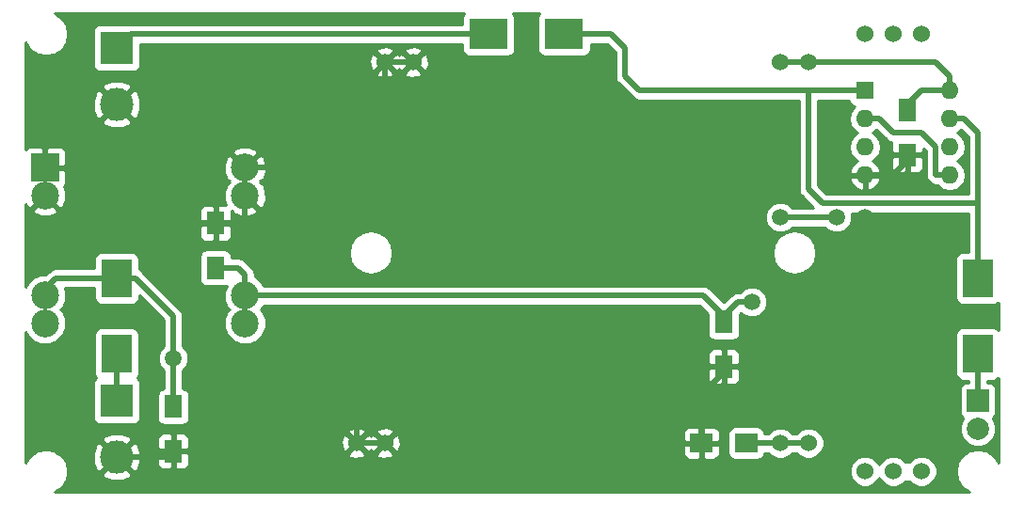
<source format=gbr>
G04 #@! TF.FileFunction,Copper,L2,Bot,Signal*
%FSLAX46Y46*%
G04 Gerber Fmt 4.6, Leading zero omitted, Abs format (unit mm)*
G04 Created by KiCad (PCBNEW 4.0.5) date 10/30/17 14:37:20*
%MOMM*%
%LPD*%
G01*
G04 APERTURE LIST*
%ADD10C,0.100000*%
%ADD11C,1.524000*%
%ADD12R,1.600000X2.000000*%
%ADD13R,2.000000X2.000000*%
%ADD14C,2.000000*%
%ADD15R,2.000000X1.700000*%
%ADD16R,2.700000X3.500000*%
%ADD17R,3.500000X2.700000*%
%ADD18R,3.000000X3.000000*%
%ADD19C,3.000000*%
%ADD20R,2.500000X2.500000*%
%ADD21C,2.500000*%
%ADD22R,1.600000X1.600000*%
%ADD23O,1.600000X1.600000*%
%ADD24C,1.500000*%
%ADD25C,0.500000*%
%ADD26C,0.254000*%
G04 APERTURE END LIST*
D10*
D11*
X171450000Y-93980000D03*
X173990000Y-93980000D03*
X173990000Y-59690000D03*
X176530000Y-59690000D03*
X209550000Y-93980000D03*
X212090000Y-93980000D03*
X209550000Y-59690000D03*
X212090000Y-59690000D03*
D12*
X154940000Y-90710000D03*
X154940000Y-94710000D03*
X204470000Y-87090000D03*
X204470000Y-83090000D03*
X158750000Y-78200000D03*
X158750000Y-74200000D03*
X220980000Y-68040000D03*
X220980000Y-64040000D03*
D13*
X227330000Y-90170000D03*
D14*
X227330000Y-92710000D03*
D15*
X206470000Y-93980000D03*
X202470000Y-93980000D03*
D16*
X149860000Y-79150000D03*
X149860000Y-85950000D03*
X227330000Y-79150000D03*
X227330000Y-85950000D03*
D17*
X190090000Y-57150000D03*
X183290000Y-57150000D03*
D18*
X149860000Y-90170000D03*
D19*
X149860000Y-95250000D03*
D18*
X149860000Y-58420000D03*
D19*
X149860000Y-63500000D03*
D11*
X219710000Y-96520000D03*
X222250000Y-96520000D03*
X217170000Y-96520000D03*
X219710000Y-57150000D03*
X222250000Y-57150000D03*
X217170000Y-57150000D03*
D20*
X143400000Y-69200000D03*
D21*
X143400000Y-83200000D03*
X161400000Y-83200000D03*
X161400000Y-69200000D03*
X143400000Y-71700000D03*
X143400000Y-80700000D03*
X161400000Y-80700000D03*
X161400000Y-71700000D03*
D22*
X217170000Y-62230000D03*
D23*
X224790000Y-69850000D03*
X217170000Y-64770000D03*
X224790000Y-67310000D03*
X217170000Y-67310000D03*
X224790000Y-64770000D03*
X217170000Y-69850000D03*
X224790000Y-62230000D03*
D24*
X154940000Y-86360000D03*
X217170000Y-73660000D03*
X215900000Y-88900000D03*
X199390000Y-88900000D03*
X207010000Y-81280000D03*
X214630000Y-73660000D03*
X209550000Y-73660000D03*
D25*
X209550000Y-93980000D02*
X212090000Y-93980000D01*
X206470000Y-93980000D02*
X209550000Y-93980000D01*
X154940000Y-90710000D02*
X154940000Y-86360000D01*
X154940000Y-86360000D02*
X154940000Y-82550000D01*
X151540000Y-79150000D02*
X149860000Y-79150000D01*
X154940000Y-82550000D02*
X151540000Y-79150000D01*
X143400000Y-80700000D02*
X143400000Y-80120000D01*
X143400000Y-80120000D02*
X144370000Y-79150000D01*
X144370000Y-79150000D02*
X149860000Y-79150000D01*
X215900000Y-88900000D02*
X215900000Y-74930000D01*
X215900000Y-74930000D02*
X217170000Y-73660000D01*
X171450000Y-93980000D02*
X173990000Y-93980000D01*
X173990000Y-59690000D02*
X176530000Y-59690000D01*
X158750000Y-74200000D02*
X156940000Y-74200000D01*
X171450000Y-88900000D02*
X171450000Y-93980000D01*
X170180000Y-87630000D02*
X171450000Y-88900000D01*
X160020000Y-87630000D02*
X170180000Y-87630000D01*
X158750000Y-86360000D02*
X160020000Y-87630000D01*
X158750000Y-85090000D02*
X158750000Y-86360000D01*
X156210000Y-82550000D02*
X158750000Y-85090000D01*
X156210000Y-74930000D02*
X156210000Y-82550000D01*
X156940000Y-74200000D02*
X156210000Y-74930000D01*
X161400000Y-69200000D02*
X172100000Y-69200000D01*
X173990000Y-67310000D02*
X173990000Y-59690000D01*
X172100000Y-69200000D02*
X173990000Y-67310000D01*
X203200000Y-88900000D02*
X215900000Y-88900000D01*
X202470000Y-93980000D02*
X202470000Y-89630000D01*
X202470000Y-89630000D02*
X203200000Y-88900000D01*
X158750000Y-74200000D02*
X160750000Y-74200000D01*
X161400000Y-73550000D02*
X161400000Y-69200000D01*
X160750000Y-74200000D02*
X161400000Y-73550000D01*
X149860000Y-95250000D02*
X154400000Y-95250000D01*
X154400000Y-95250000D02*
X154940000Y-94710000D01*
X204470000Y-87090000D02*
X204470000Y-87630000D01*
X204470000Y-87630000D02*
X203200000Y-88900000D01*
X203200000Y-88900000D02*
X199390000Y-88900000D01*
X217170000Y-69850000D02*
X219710000Y-69850000D01*
X219710000Y-69850000D02*
X220980000Y-68580000D01*
X220980000Y-68580000D02*
X220980000Y-68040000D01*
X204470000Y-83090000D02*
X204470000Y-82550000D01*
X204470000Y-82550000D02*
X202620000Y-80700000D01*
X202620000Y-80700000D02*
X161400000Y-80700000D01*
X158750000Y-78200000D02*
X160750000Y-78200000D01*
X161400000Y-78850000D02*
X161400000Y-83200000D01*
X160750000Y-78200000D02*
X161400000Y-78850000D01*
X209550000Y-59690000D02*
X212090000Y-59690000D01*
X212090000Y-59690000D02*
X223520000Y-59690000D01*
X223520000Y-59690000D02*
X224790000Y-60960000D01*
X224790000Y-60960000D02*
X224790000Y-62230000D01*
X204470000Y-82550000D02*
X205740000Y-81280000D01*
X205740000Y-81280000D02*
X207010000Y-81280000D01*
X224790000Y-62230000D02*
X222250000Y-62230000D01*
X222250000Y-62230000D02*
X220980000Y-63500000D01*
X220980000Y-63500000D02*
X220980000Y-64040000D01*
X217170000Y-64770000D02*
X218440000Y-64770000D01*
X223520000Y-69850000D02*
X224790000Y-69850000D01*
X223520000Y-67310000D02*
X223520000Y-69850000D01*
X222250000Y-66040000D02*
X223520000Y-67310000D01*
X219710000Y-66040000D02*
X222250000Y-66040000D01*
X218440000Y-64770000D02*
X219710000Y-66040000D01*
X209550000Y-73660000D02*
X214630000Y-73660000D01*
X227330000Y-85950000D02*
X227330000Y-90170000D01*
X149860000Y-90170000D02*
X149860000Y-85950000D01*
X227330000Y-72390000D02*
X213360000Y-72390000D01*
X212090000Y-71120000D02*
X212090000Y-62230000D01*
X213360000Y-72390000D02*
X212090000Y-71120000D01*
X217170000Y-62230000D02*
X212090000Y-62230000D01*
X212090000Y-62230000D02*
X196850000Y-62230000D01*
X196850000Y-62230000D02*
X195580000Y-60960000D01*
X195580000Y-60960000D02*
X195580000Y-58420000D01*
X195580000Y-58420000D02*
X194310000Y-57150000D01*
X194310000Y-57150000D02*
X190090000Y-57150000D01*
X227330000Y-79150000D02*
X227330000Y-72390000D01*
X227330000Y-72390000D02*
X227330000Y-66040000D01*
X226060000Y-64770000D02*
X224790000Y-64770000D01*
X227330000Y-66040000D02*
X226060000Y-64770000D01*
X183290000Y-57150000D02*
X151130000Y-57150000D01*
X151130000Y-57150000D02*
X149860000Y-58420000D01*
D26*
G36*
X181088559Y-55335910D02*
X180943569Y-55548110D01*
X180892560Y-55800000D01*
X180892560Y-56265000D01*
X151130005Y-56265000D01*
X151130000Y-56264999D01*
X151091989Y-56272560D01*
X148360000Y-56272560D01*
X148124683Y-56316838D01*
X147908559Y-56455910D01*
X147763569Y-56668110D01*
X147712560Y-56920000D01*
X147712560Y-59920000D01*
X147756838Y-60155317D01*
X147895910Y-60371441D01*
X148108110Y-60516431D01*
X148360000Y-60567440D01*
X151360000Y-60567440D01*
X151595317Y-60523162D01*
X151811441Y-60384090D01*
X151956431Y-60171890D01*
X152007440Y-59920000D01*
X152007440Y-59482302D01*
X172580856Y-59482302D01*
X172608638Y-60037368D01*
X172767603Y-60421143D01*
X173009787Y-60490608D01*
X173810395Y-59690000D01*
X174169605Y-59690000D01*
X174970213Y-60490608D01*
X175212397Y-60421143D01*
X175256453Y-60297656D01*
X175307603Y-60421143D01*
X175549787Y-60490608D01*
X176350395Y-59690000D01*
X176709605Y-59690000D01*
X177510213Y-60490608D01*
X177752397Y-60421143D01*
X177939144Y-59897698D01*
X177911362Y-59342632D01*
X177752397Y-58958857D01*
X177510213Y-58889392D01*
X176709605Y-59690000D01*
X176350395Y-59690000D01*
X175549787Y-58889392D01*
X175307603Y-58958857D01*
X175263547Y-59082344D01*
X175212397Y-58958857D01*
X174970213Y-58889392D01*
X174169605Y-59690000D01*
X173810395Y-59690000D01*
X173009787Y-58889392D01*
X172767603Y-58958857D01*
X172580856Y-59482302D01*
X152007440Y-59482302D01*
X152007440Y-58709787D01*
X173189392Y-58709787D01*
X173990000Y-59510395D01*
X174790608Y-58709787D01*
X175729392Y-58709787D01*
X176530000Y-59510395D01*
X177330608Y-58709787D01*
X177261143Y-58467603D01*
X176737698Y-58280856D01*
X176182632Y-58308638D01*
X175798857Y-58467603D01*
X175729392Y-58709787D01*
X174790608Y-58709787D01*
X174721143Y-58467603D01*
X174197698Y-58280856D01*
X173642632Y-58308638D01*
X173258857Y-58467603D01*
X173189392Y-58709787D01*
X152007440Y-58709787D01*
X152007440Y-58035000D01*
X180892560Y-58035000D01*
X180892560Y-58500000D01*
X180936838Y-58735317D01*
X181075910Y-58951441D01*
X181288110Y-59096431D01*
X181540000Y-59147440D01*
X185040000Y-59147440D01*
X185275317Y-59103162D01*
X185491441Y-58964090D01*
X185636431Y-58751890D01*
X185687440Y-58500000D01*
X185687440Y-55800000D01*
X185643162Y-55564683D01*
X185504090Y-55348559D01*
X185462292Y-55320000D01*
X187913284Y-55320000D01*
X187888559Y-55335910D01*
X187743569Y-55548110D01*
X187692560Y-55800000D01*
X187692560Y-58500000D01*
X187736838Y-58735317D01*
X187875910Y-58951441D01*
X188088110Y-59096431D01*
X188340000Y-59147440D01*
X191840000Y-59147440D01*
X192075317Y-59103162D01*
X192291441Y-58964090D01*
X192436431Y-58751890D01*
X192487440Y-58500000D01*
X192487440Y-58035000D01*
X193943420Y-58035000D01*
X194695000Y-58786579D01*
X194695000Y-60959995D01*
X194694999Y-60960000D01*
X194745783Y-61215302D01*
X194762367Y-61298675D01*
X194850115Y-61430000D01*
X194954210Y-61585790D01*
X196224208Y-62855787D01*
X196224210Y-62855790D01*
X196484935Y-63030000D01*
X196511325Y-63047633D01*
X196850000Y-63115001D01*
X196850005Y-63115000D01*
X211205000Y-63115000D01*
X211205000Y-71119995D01*
X211204999Y-71120000D01*
X211255883Y-71375806D01*
X211272367Y-71458675D01*
X211433614Y-71700000D01*
X211464210Y-71745790D01*
X212493421Y-72775000D01*
X210623523Y-72775000D01*
X210335564Y-72486539D01*
X209826702Y-72275241D01*
X209275715Y-72274760D01*
X208766485Y-72485169D01*
X208376539Y-72874436D01*
X208165241Y-73383298D01*
X208164760Y-73934285D01*
X208375169Y-74443515D01*
X208764436Y-74833461D01*
X209273298Y-75044759D01*
X209824285Y-75045240D01*
X210333515Y-74834831D01*
X210623852Y-74545000D01*
X213556477Y-74545000D01*
X213844436Y-74833461D01*
X214353298Y-75044759D01*
X214904285Y-75045240D01*
X215413515Y-74834831D01*
X215803461Y-74445564D01*
X216014759Y-73936702D01*
X216015240Y-73385715D01*
X215969494Y-73275000D01*
X226445000Y-73275000D01*
X226445000Y-76752560D01*
X225980000Y-76752560D01*
X225744683Y-76796838D01*
X225528559Y-76935910D01*
X225383569Y-77148110D01*
X225332560Y-77400000D01*
X225332560Y-80900000D01*
X225376838Y-81135317D01*
X225515910Y-81351441D01*
X225728110Y-81496431D01*
X225980000Y-81547440D01*
X228680000Y-81547440D01*
X228915317Y-81503162D01*
X229131441Y-81364090D01*
X229160000Y-81322292D01*
X229160000Y-83773284D01*
X229144090Y-83748559D01*
X228931890Y-83603569D01*
X228680000Y-83552560D01*
X225980000Y-83552560D01*
X225744683Y-83596838D01*
X225528559Y-83735910D01*
X225383569Y-83948110D01*
X225332560Y-84200000D01*
X225332560Y-87700000D01*
X225376838Y-87935317D01*
X225515910Y-88151441D01*
X225728110Y-88296431D01*
X225980000Y-88347440D01*
X226445000Y-88347440D01*
X226445000Y-88522560D01*
X226330000Y-88522560D01*
X226094683Y-88566838D01*
X225878559Y-88705910D01*
X225733569Y-88918110D01*
X225682560Y-89170000D01*
X225682560Y-91170000D01*
X225726838Y-91405317D01*
X225865910Y-91621441D01*
X226008561Y-91718910D01*
X225944722Y-91782637D01*
X225695284Y-92383352D01*
X225694716Y-93033795D01*
X225943106Y-93634943D01*
X226402637Y-94095278D01*
X227003352Y-94344716D01*
X227653795Y-94345284D01*
X228254943Y-94096894D01*
X228715278Y-93637363D01*
X228964716Y-93036648D01*
X228965284Y-92386205D01*
X228716894Y-91785057D01*
X228650379Y-91718426D01*
X228781441Y-91634090D01*
X228926431Y-91421890D01*
X228977440Y-91170000D01*
X228977440Y-89170000D01*
X228933162Y-88934683D01*
X228794090Y-88718559D01*
X228581890Y-88573569D01*
X228330000Y-88522560D01*
X228215000Y-88522560D01*
X228215000Y-88347440D01*
X228680000Y-88347440D01*
X228915317Y-88303162D01*
X229131441Y-88164090D01*
X229160000Y-88122292D01*
X229160000Y-95765902D01*
X229159281Y-95762287D01*
X228730071Y-95119929D01*
X228087713Y-94690719D01*
X227330000Y-94540000D01*
X226572287Y-94690719D01*
X225929929Y-95119929D01*
X225500719Y-95762287D01*
X225350000Y-96520000D01*
X225500719Y-97277713D01*
X225929929Y-97920071D01*
X226572287Y-98349281D01*
X226575902Y-98350000D01*
X144264098Y-98350000D01*
X144267713Y-98349281D01*
X144910071Y-97920071D01*
X145339281Y-97277713D01*
X145441471Y-96763970D01*
X148525635Y-96763970D01*
X148685418Y-97082739D01*
X149476187Y-97392723D01*
X150325387Y-97376497D01*
X151034582Y-97082739D01*
X151177978Y-96796661D01*
X215772758Y-96796661D01*
X215984990Y-97310303D01*
X216377630Y-97703629D01*
X216890900Y-97916757D01*
X217446661Y-97917242D01*
X217960303Y-97705010D01*
X218353629Y-97312370D01*
X218439949Y-97104488D01*
X218524990Y-97310303D01*
X218917630Y-97703629D01*
X219430900Y-97916757D01*
X219986661Y-97917242D01*
X220500303Y-97705010D01*
X220800837Y-97405000D01*
X221159522Y-97405000D01*
X221457630Y-97703629D01*
X221970900Y-97916757D01*
X222526661Y-97917242D01*
X223040303Y-97705010D01*
X223433629Y-97312370D01*
X223646757Y-96799100D01*
X223647242Y-96243339D01*
X223435010Y-95729697D01*
X223042370Y-95336371D01*
X222529100Y-95123243D01*
X221973339Y-95122758D01*
X221459697Y-95334990D01*
X221159163Y-95635000D01*
X220800478Y-95635000D01*
X220502370Y-95336371D01*
X219989100Y-95123243D01*
X219433339Y-95122758D01*
X218919697Y-95334990D01*
X218526371Y-95727630D01*
X218440051Y-95935512D01*
X218355010Y-95729697D01*
X217962370Y-95336371D01*
X217449100Y-95123243D01*
X216893339Y-95122758D01*
X216379697Y-95334990D01*
X215986371Y-95727630D01*
X215773243Y-96240900D01*
X215772758Y-96796661D01*
X151177978Y-96796661D01*
X151194365Y-96763970D01*
X149860000Y-95429605D01*
X148525635Y-96763970D01*
X145441471Y-96763970D01*
X145490000Y-96520000D01*
X145339281Y-95762287D01*
X144910071Y-95119929D01*
X144530320Y-94866187D01*
X147717277Y-94866187D01*
X147733503Y-95715387D01*
X148027261Y-96424582D01*
X148346030Y-96584365D01*
X149680395Y-95250000D01*
X150039605Y-95250000D01*
X151373970Y-96584365D01*
X151692739Y-96424582D01*
X152002723Y-95633813D01*
X151990532Y-94995750D01*
X153505000Y-94995750D01*
X153505000Y-95836309D01*
X153601673Y-96069698D01*
X153780301Y-96248327D01*
X154013690Y-96345000D01*
X154654250Y-96345000D01*
X154813000Y-96186250D01*
X154813000Y-94837000D01*
X155067000Y-94837000D01*
X155067000Y-96186250D01*
X155225750Y-96345000D01*
X155866310Y-96345000D01*
X156099699Y-96248327D01*
X156278327Y-96069698D01*
X156375000Y-95836309D01*
X156375000Y-94995750D01*
X156339463Y-94960213D01*
X170649392Y-94960213D01*
X170718857Y-95202397D01*
X171242302Y-95389144D01*
X171797368Y-95361362D01*
X172181143Y-95202397D01*
X172250608Y-94960213D01*
X173189392Y-94960213D01*
X173258857Y-95202397D01*
X173782302Y-95389144D01*
X174337368Y-95361362D01*
X174721143Y-95202397D01*
X174790608Y-94960213D01*
X173990000Y-94159605D01*
X173189392Y-94960213D01*
X172250608Y-94960213D01*
X171450000Y-94159605D01*
X170649392Y-94960213D01*
X156339463Y-94960213D01*
X156216250Y-94837000D01*
X155067000Y-94837000D01*
X154813000Y-94837000D01*
X153663750Y-94837000D01*
X153505000Y-94995750D01*
X151990532Y-94995750D01*
X151986497Y-94784613D01*
X151692739Y-94075418D01*
X151373970Y-93915635D01*
X150039605Y-95250000D01*
X149680395Y-95250000D01*
X148346030Y-93915635D01*
X148027261Y-94075418D01*
X147717277Y-94866187D01*
X144530320Y-94866187D01*
X144267713Y-94690719D01*
X143510000Y-94540000D01*
X142752287Y-94690719D01*
X142109929Y-95119929D01*
X141680719Y-95762287D01*
X141680000Y-95765902D01*
X141680000Y-93736030D01*
X148525635Y-93736030D01*
X149860000Y-95070395D01*
X151194365Y-93736030D01*
X151118006Y-93583691D01*
X153505000Y-93583691D01*
X153505000Y-94424250D01*
X153663750Y-94583000D01*
X154813000Y-94583000D01*
X154813000Y-93233750D01*
X155067000Y-93233750D01*
X155067000Y-94583000D01*
X156216250Y-94583000D01*
X156375000Y-94424250D01*
X156375000Y-93772302D01*
X170040856Y-93772302D01*
X170068638Y-94327368D01*
X170227603Y-94711143D01*
X170469787Y-94780608D01*
X171270395Y-93980000D01*
X171629605Y-93980000D01*
X172430213Y-94780608D01*
X172672397Y-94711143D01*
X172716453Y-94587656D01*
X172767603Y-94711143D01*
X173009787Y-94780608D01*
X173810395Y-93980000D01*
X174169605Y-93980000D01*
X174970213Y-94780608D01*
X175212397Y-94711143D01*
X175371297Y-94265750D01*
X200835000Y-94265750D01*
X200835000Y-94956310D01*
X200931673Y-95189699D01*
X201110302Y-95368327D01*
X201343691Y-95465000D01*
X202184250Y-95465000D01*
X202343000Y-95306250D01*
X202343000Y-94107000D01*
X202597000Y-94107000D01*
X202597000Y-95306250D01*
X202755750Y-95465000D01*
X203596309Y-95465000D01*
X203829698Y-95368327D01*
X204008327Y-95189699D01*
X204105000Y-94956310D01*
X204105000Y-94265750D01*
X203946250Y-94107000D01*
X202597000Y-94107000D01*
X202343000Y-94107000D01*
X200993750Y-94107000D01*
X200835000Y-94265750D01*
X175371297Y-94265750D01*
X175399144Y-94187698D01*
X175371362Y-93632632D01*
X175212397Y-93248857D01*
X174970213Y-93179392D01*
X174169605Y-93980000D01*
X173810395Y-93980000D01*
X173009787Y-93179392D01*
X172767603Y-93248857D01*
X172723547Y-93372344D01*
X172672397Y-93248857D01*
X172430213Y-93179392D01*
X171629605Y-93980000D01*
X171270395Y-93980000D01*
X170469787Y-93179392D01*
X170227603Y-93248857D01*
X170040856Y-93772302D01*
X156375000Y-93772302D01*
X156375000Y-93583691D01*
X156278327Y-93350302D01*
X156099699Y-93171673D01*
X155866310Y-93075000D01*
X155225750Y-93075000D01*
X155067000Y-93233750D01*
X154813000Y-93233750D01*
X154654250Y-93075000D01*
X154013690Y-93075000D01*
X153780301Y-93171673D01*
X153601673Y-93350302D01*
X153505000Y-93583691D01*
X151118006Y-93583691D01*
X151034582Y-93417261D01*
X150243813Y-93107277D01*
X149394613Y-93123503D01*
X148685418Y-93417261D01*
X148525635Y-93736030D01*
X141680000Y-93736030D01*
X141680000Y-92999787D01*
X170649392Y-92999787D01*
X171450000Y-93800395D01*
X172250608Y-92999787D01*
X173189392Y-92999787D01*
X173990000Y-93800395D01*
X174786705Y-93003690D01*
X200835000Y-93003690D01*
X200835000Y-93694250D01*
X200993750Y-93853000D01*
X202343000Y-93853000D01*
X202343000Y-92653750D01*
X202597000Y-92653750D01*
X202597000Y-93853000D01*
X203946250Y-93853000D01*
X204105000Y-93694250D01*
X204105000Y-93130000D01*
X204822560Y-93130000D01*
X204822560Y-94830000D01*
X204866838Y-95065317D01*
X205005910Y-95281441D01*
X205218110Y-95426431D01*
X205470000Y-95477440D01*
X207470000Y-95477440D01*
X207705317Y-95433162D01*
X207921441Y-95294090D01*
X208066431Y-95081890D01*
X208110352Y-94865000D01*
X208459522Y-94865000D01*
X208757630Y-95163629D01*
X209270900Y-95376757D01*
X209826661Y-95377242D01*
X210340303Y-95165010D01*
X210640837Y-94865000D01*
X210999522Y-94865000D01*
X211297630Y-95163629D01*
X211810900Y-95376757D01*
X212366661Y-95377242D01*
X212880303Y-95165010D01*
X213273629Y-94772370D01*
X213486757Y-94259100D01*
X213487242Y-93703339D01*
X213275010Y-93189697D01*
X212882370Y-92796371D01*
X212369100Y-92583243D01*
X211813339Y-92582758D01*
X211299697Y-92794990D01*
X210999163Y-93095000D01*
X210640478Y-93095000D01*
X210342370Y-92796371D01*
X209829100Y-92583243D01*
X209273339Y-92582758D01*
X208759697Y-92794990D01*
X208459163Y-93095000D01*
X208110854Y-93095000D01*
X208073162Y-92894683D01*
X207934090Y-92678559D01*
X207721890Y-92533569D01*
X207470000Y-92482560D01*
X205470000Y-92482560D01*
X205234683Y-92526838D01*
X205018559Y-92665910D01*
X204873569Y-92878110D01*
X204822560Y-93130000D01*
X204105000Y-93130000D01*
X204105000Y-93003690D01*
X204008327Y-92770301D01*
X203829698Y-92591673D01*
X203596309Y-92495000D01*
X202755750Y-92495000D01*
X202597000Y-92653750D01*
X202343000Y-92653750D01*
X202184250Y-92495000D01*
X201343691Y-92495000D01*
X201110302Y-92591673D01*
X200931673Y-92770301D01*
X200835000Y-93003690D01*
X174786705Y-93003690D01*
X174790608Y-92999787D01*
X174721143Y-92757603D01*
X174197698Y-92570856D01*
X173642632Y-92598638D01*
X173258857Y-92757603D01*
X173189392Y-92999787D01*
X172250608Y-92999787D01*
X172181143Y-92757603D01*
X171657698Y-92570856D01*
X171102632Y-92598638D01*
X170718857Y-92757603D01*
X170649392Y-92999787D01*
X141680000Y-92999787D01*
X141680000Y-88670000D01*
X147712560Y-88670000D01*
X147712560Y-91670000D01*
X147756838Y-91905317D01*
X147895910Y-92121441D01*
X148108110Y-92266431D01*
X148360000Y-92317440D01*
X151360000Y-92317440D01*
X151595317Y-92273162D01*
X151811441Y-92134090D01*
X151956431Y-91921890D01*
X152007440Y-91670000D01*
X152007440Y-88670000D01*
X151963162Y-88434683D01*
X151824090Y-88218559D01*
X151687836Y-88125460D01*
X151806431Y-87951890D01*
X151857440Y-87700000D01*
X151857440Y-84200000D01*
X151813162Y-83964683D01*
X151674090Y-83748559D01*
X151461890Y-83603569D01*
X151210000Y-83552560D01*
X148510000Y-83552560D01*
X148274683Y-83596838D01*
X148058559Y-83735910D01*
X147913569Y-83948110D01*
X147862560Y-84200000D01*
X147862560Y-87700000D01*
X147906838Y-87935317D01*
X148030477Y-88127458D01*
X147908559Y-88205910D01*
X147763569Y-88418110D01*
X147712560Y-88670000D01*
X141680000Y-88670000D01*
X141680000Y-83973425D01*
X141801043Y-84266372D01*
X142330839Y-84797093D01*
X143023405Y-85084672D01*
X143773305Y-85085326D01*
X144466372Y-84798957D01*
X144997093Y-84269161D01*
X145284672Y-83576595D01*
X145285326Y-82826695D01*
X144998957Y-82133628D01*
X144815793Y-81950145D01*
X144997093Y-81769161D01*
X145284672Y-81076595D01*
X145285326Y-80326695D01*
X145164800Y-80035000D01*
X147862560Y-80035000D01*
X147862560Y-80900000D01*
X147906838Y-81135317D01*
X148045910Y-81351441D01*
X148258110Y-81496431D01*
X148510000Y-81547440D01*
X151210000Y-81547440D01*
X151445317Y-81503162D01*
X151661441Y-81364090D01*
X151806431Y-81151890D01*
X151857440Y-80900000D01*
X151857440Y-80719020D01*
X154055000Y-82916579D01*
X154055000Y-85286477D01*
X153766539Y-85574436D01*
X153555241Y-86083298D01*
X153554760Y-86634285D01*
X153765169Y-87143515D01*
X154055000Y-87433852D01*
X154055000Y-89078554D01*
X153904683Y-89106838D01*
X153688559Y-89245910D01*
X153543569Y-89458110D01*
X153492560Y-89710000D01*
X153492560Y-91710000D01*
X153536838Y-91945317D01*
X153675910Y-92161441D01*
X153888110Y-92306431D01*
X154140000Y-92357440D01*
X155740000Y-92357440D01*
X155975317Y-92313162D01*
X156191441Y-92174090D01*
X156336431Y-91961890D01*
X156387440Y-91710000D01*
X156387440Y-89710000D01*
X156343162Y-89474683D01*
X156204090Y-89258559D01*
X155991890Y-89113569D01*
X155825000Y-89079773D01*
X155825000Y-87433523D01*
X155882873Y-87375750D01*
X203035000Y-87375750D01*
X203035000Y-88216309D01*
X203131673Y-88449698D01*
X203310301Y-88628327D01*
X203543690Y-88725000D01*
X204184250Y-88725000D01*
X204343000Y-88566250D01*
X204343000Y-87217000D01*
X204597000Y-87217000D01*
X204597000Y-88566250D01*
X204755750Y-88725000D01*
X205396310Y-88725000D01*
X205629699Y-88628327D01*
X205808327Y-88449698D01*
X205905000Y-88216309D01*
X205905000Y-87375750D01*
X205746250Y-87217000D01*
X204597000Y-87217000D01*
X204343000Y-87217000D01*
X203193750Y-87217000D01*
X203035000Y-87375750D01*
X155882873Y-87375750D01*
X156113461Y-87145564D01*
X156324759Y-86636702D01*
X156325240Y-86085715D01*
X156274821Y-85963691D01*
X203035000Y-85963691D01*
X203035000Y-86804250D01*
X203193750Y-86963000D01*
X204343000Y-86963000D01*
X204343000Y-85613750D01*
X204597000Y-85613750D01*
X204597000Y-86963000D01*
X205746250Y-86963000D01*
X205905000Y-86804250D01*
X205905000Y-85963691D01*
X205808327Y-85730302D01*
X205629699Y-85551673D01*
X205396310Y-85455000D01*
X204755750Y-85455000D01*
X204597000Y-85613750D01*
X204343000Y-85613750D01*
X204184250Y-85455000D01*
X203543690Y-85455000D01*
X203310301Y-85551673D01*
X203131673Y-85730302D01*
X203035000Y-85963691D01*
X156274821Y-85963691D01*
X156114831Y-85576485D01*
X155825000Y-85286148D01*
X155825000Y-82550005D01*
X155825001Y-82550000D01*
X155757633Y-82211325D01*
X155703854Y-82130839D01*
X155565790Y-81924210D01*
X155565787Y-81924208D01*
X152165790Y-78524210D01*
X152146506Y-78511325D01*
X151878675Y-78332367D01*
X151857440Y-78328143D01*
X151857440Y-77400000D01*
X151819808Y-77200000D01*
X157302560Y-77200000D01*
X157302560Y-79200000D01*
X157346838Y-79435317D01*
X157485910Y-79651441D01*
X157698110Y-79796431D01*
X157950000Y-79847440D01*
X159550000Y-79847440D01*
X159726778Y-79814177D01*
X159515328Y-80323405D01*
X159514674Y-81073305D01*
X159801043Y-81766372D01*
X159984207Y-81949855D01*
X159802907Y-82130839D01*
X159515328Y-82823405D01*
X159514674Y-83573305D01*
X159801043Y-84266372D01*
X160330839Y-84797093D01*
X161023405Y-85084672D01*
X161773305Y-85085326D01*
X162466372Y-84798957D01*
X162997093Y-84269161D01*
X163284672Y-83576595D01*
X163285326Y-82826695D01*
X162998957Y-82133628D01*
X162815793Y-81950145D01*
X162997093Y-81769161D01*
X163073563Y-81585000D01*
X202253420Y-81585000D01*
X203022560Y-82354139D01*
X203022560Y-84090000D01*
X203066838Y-84325317D01*
X203205910Y-84541441D01*
X203418110Y-84686431D01*
X203670000Y-84737440D01*
X205270000Y-84737440D01*
X205505317Y-84693162D01*
X205721441Y-84554090D01*
X205866431Y-84341890D01*
X205917440Y-84090000D01*
X205917440Y-82354139D01*
X206021454Y-82250125D01*
X206224436Y-82453461D01*
X206733298Y-82664759D01*
X207284285Y-82665240D01*
X207793515Y-82454831D01*
X208183461Y-82065564D01*
X208394759Y-81556702D01*
X208395240Y-81005715D01*
X208184831Y-80496485D01*
X207795564Y-80106539D01*
X207286702Y-79895241D01*
X206735715Y-79894760D01*
X206226485Y-80105169D01*
X205936148Y-80395000D01*
X205740005Y-80395000D01*
X205740000Y-80394999D01*
X205419891Y-80458674D01*
X205401325Y-80462367D01*
X205114210Y-80654210D01*
X205114208Y-80654213D01*
X204470000Y-81298421D01*
X203245790Y-80074210D01*
X203086285Y-79967633D01*
X202958675Y-79882367D01*
X202902484Y-79871190D01*
X202620000Y-79814999D01*
X202619995Y-79815000D01*
X163073898Y-79815000D01*
X162998957Y-79633628D01*
X162469161Y-79102907D01*
X162285000Y-79026437D01*
X162285000Y-78850005D01*
X162285001Y-78850000D01*
X162217633Y-78511326D01*
X162217633Y-78511325D01*
X162025790Y-78224210D01*
X162025787Y-78224208D01*
X161375790Y-77574210D01*
X161088675Y-77382367D01*
X161032484Y-77371190D01*
X160750000Y-77314999D01*
X160749995Y-77315000D01*
X160197440Y-77315000D01*
X160197440Y-77200000D01*
X160153162Y-76964683D01*
X160069714Y-76835000D01*
X170740000Y-76835000D01*
X170890719Y-77592713D01*
X171319929Y-78235071D01*
X171962287Y-78664281D01*
X172720000Y-78815000D01*
X173477713Y-78664281D01*
X174120071Y-78235071D01*
X174549281Y-77592713D01*
X174700000Y-76835000D01*
X208840000Y-76835000D01*
X208990719Y-77592713D01*
X209419929Y-78235071D01*
X210062287Y-78664281D01*
X210820000Y-78815000D01*
X211577713Y-78664281D01*
X212220071Y-78235071D01*
X212649281Y-77592713D01*
X212800000Y-76835000D01*
X212649281Y-76077287D01*
X212220071Y-75434929D01*
X211577713Y-75005719D01*
X210820000Y-74855000D01*
X210062287Y-75005719D01*
X209419929Y-75434929D01*
X208990719Y-76077287D01*
X208840000Y-76835000D01*
X174700000Y-76835000D01*
X174549281Y-76077287D01*
X174120071Y-75434929D01*
X173477713Y-75005719D01*
X172720000Y-74855000D01*
X171962287Y-75005719D01*
X171319929Y-75434929D01*
X170890719Y-76077287D01*
X170740000Y-76835000D01*
X160069714Y-76835000D01*
X160014090Y-76748559D01*
X159801890Y-76603569D01*
X159550000Y-76552560D01*
X157950000Y-76552560D01*
X157714683Y-76596838D01*
X157498559Y-76735910D01*
X157353569Y-76948110D01*
X157302560Y-77200000D01*
X151819808Y-77200000D01*
X151813162Y-77164683D01*
X151674090Y-76948559D01*
X151461890Y-76803569D01*
X151210000Y-76752560D01*
X148510000Y-76752560D01*
X148274683Y-76796838D01*
X148058559Y-76935910D01*
X147913569Y-77148110D01*
X147862560Y-77400000D01*
X147862560Y-78265000D01*
X144370005Y-78265000D01*
X144370000Y-78264999D01*
X144031325Y-78332367D01*
X143744210Y-78524210D01*
X143744208Y-78524213D01*
X143453375Y-78815046D01*
X143026695Y-78814674D01*
X142333628Y-79101043D01*
X141802907Y-79630839D01*
X141680000Y-79926831D01*
X141680000Y-74485750D01*
X157315000Y-74485750D01*
X157315000Y-75326309D01*
X157411673Y-75559698D01*
X157590301Y-75738327D01*
X157823690Y-75835000D01*
X158464250Y-75835000D01*
X158623000Y-75676250D01*
X158623000Y-74327000D01*
X158877000Y-74327000D01*
X158877000Y-75676250D01*
X159035750Y-75835000D01*
X159676310Y-75835000D01*
X159909699Y-75738327D01*
X160088327Y-75559698D01*
X160185000Y-75326309D01*
X160185000Y-74485750D01*
X160026250Y-74327000D01*
X158877000Y-74327000D01*
X158623000Y-74327000D01*
X157473750Y-74327000D01*
X157315000Y-74485750D01*
X141680000Y-74485750D01*
X141680000Y-73033320D01*
X142246285Y-73033320D01*
X142375533Y-73326123D01*
X143075806Y-73594388D01*
X143825435Y-73574250D01*
X144424467Y-73326123D01*
X144535894Y-73073691D01*
X157315000Y-73073691D01*
X157315000Y-73914250D01*
X157473750Y-74073000D01*
X158623000Y-74073000D01*
X158623000Y-72723750D01*
X158877000Y-72723750D01*
X158877000Y-74073000D01*
X160026250Y-74073000D01*
X160185000Y-73914250D01*
X160185000Y-73094608D01*
X160246286Y-73033322D01*
X160375533Y-73326123D01*
X161075806Y-73594388D01*
X161825435Y-73574250D01*
X162424467Y-73326123D01*
X162553715Y-73033320D01*
X161400000Y-71879605D01*
X161385858Y-71893748D01*
X161206253Y-71714143D01*
X161220395Y-71700000D01*
X161206253Y-71685858D01*
X161385858Y-71506253D01*
X161400000Y-71520395D01*
X161414143Y-71506253D01*
X161593748Y-71685858D01*
X161579605Y-71700000D01*
X162733320Y-72853715D01*
X163026123Y-72724467D01*
X163294388Y-72024194D01*
X163274250Y-71274565D01*
X163026123Y-70675533D01*
X162757529Y-70556971D01*
X162847054Y-70467446D01*
X162829608Y-70450000D01*
X162847054Y-70432554D01*
X162757529Y-70343029D01*
X163026123Y-70224467D01*
X163294388Y-69524194D01*
X163274250Y-68774565D01*
X163026123Y-68175533D01*
X162733320Y-68046285D01*
X161579605Y-69200000D01*
X161593748Y-69214143D01*
X161414143Y-69393748D01*
X161400000Y-69379605D01*
X161385858Y-69393748D01*
X161206253Y-69214143D01*
X161220395Y-69200000D01*
X160066680Y-68046285D01*
X159773877Y-68175533D01*
X159505612Y-68875806D01*
X159525750Y-69625435D01*
X159773877Y-70224467D01*
X160042471Y-70343029D01*
X159952946Y-70432554D01*
X159970392Y-70450000D01*
X159952946Y-70467446D01*
X160042471Y-70556971D01*
X159773877Y-70675533D01*
X159505612Y-71375806D01*
X159525750Y-72125435D01*
X159714350Y-72580757D01*
X159676310Y-72565000D01*
X159035750Y-72565000D01*
X158877000Y-72723750D01*
X158623000Y-72723750D01*
X158464250Y-72565000D01*
X157823690Y-72565000D01*
X157590301Y-72661673D01*
X157411673Y-72840302D01*
X157315000Y-73073691D01*
X144535894Y-73073691D01*
X144553715Y-73033320D01*
X143400000Y-71879605D01*
X142246285Y-73033320D01*
X141680000Y-73033320D01*
X141680000Y-72497828D01*
X141773877Y-72724467D01*
X142066680Y-72853715D01*
X143220395Y-71700000D01*
X143206253Y-71685858D01*
X143385858Y-71506253D01*
X143400000Y-71520395D01*
X143414143Y-71506253D01*
X143593748Y-71685858D01*
X143579605Y-71700000D01*
X144733320Y-72853715D01*
X145026123Y-72724467D01*
X145294388Y-72024194D01*
X145274250Y-71274565D01*
X145112928Y-70885098D01*
X145188327Y-70809699D01*
X145285000Y-70576310D01*
X145285000Y-69485750D01*
X145126250Y-69327000D01*
X143527000Y-69327000D01*
X143527000Y-69347000D01*
X143273000Y-69347000D01*
X143273000Y-69327000D01*
X143253000Y-69327000D01*
X143253000Y-69073000D01*
X143273000Y-69073000D01*
X143273000Y-67473750D01*
X143527000Y-67473750D01*
X143527000Y-69073000D01*
X145126250Y-69073000D01*
X145285000Y-68914250D01*
X145285000Y-67866680D01*
X160246285Y-67866680D01*
X161400000Y-69020395D01*
X162553715Y-67866680D01*
X162424467Y-67573877D01*
X161724194Y-67305612D01*
X160974565Y-67325750D01*
X160375533Y-67573877D01*
X160246285Y-67866680D01*
X145285000Y-67866680D01*
X145285000Y-67823690D01*
X145188327Y-67590301D01*
X145009698Y-67411673D01*
X144776309Y-67315000D01*
X143685750Y-67315000D01*
X143527000Y-67473750D01*
X143273000Y-67473750D01*
X143114250Y-67315000D01*
X142023691Y-67315000D01*
X141790302Y-67411673D01*
X141680000Y-67521974D01*
X141680000Y-65013970D01*
X148525635Y-65013970D01*
X148685418Y-65332739D01*
X149476187Y-65642723D01*
X150325387Y-65626497D01*
X151034582Y-65332739D01*
X151194365Y-65013970D01*
X149860000Y-63679605D01*
X148525635Y-65013970D01*
X141680000Y-65013970D01*
X141680000Y-63116187D01*
X147717277Y-63116187D01*
X147733503Y-63965387D01*
X148027261Y-64674582D01*
X148346030Y-64834365D01*
X149680395Y-63500000D01*
X150039605Y-63500000D01*
X151373970Y-64834365D01*
X151692739Y-64674582D01*
X152002723Y-63883813D01*
X151986497Y-63034613D01*
X151692739Y-62325418D01*
X151373970Y-62165635D01*
X150039605Y-63500000D01*
X149680395Y-63500000D01*
X148346030Y-62165635D01*
X148027261Y-62325418D01*
X147717277Y-63116187D01*
X141680000Y-63116187D01*
X141680000Y-61986030D01*
X148525635Y-61986030D01*
X149860000Y-63320395D01*
X151194365Y-61986030D01*
X151034582Y-61667261D01*
X150243813Y-61357277D01*
X149394613Y-61373503D01*
X148685418Y-61667261D01*
X148525635Y-61986030D01*
X141680000Y-61986030D01*
X141680000Y-60670213D01*
X173189392Y-60670213D01*
X173258857Y-60912397D01*
X173782302Y-61099144D01*
X174337368Y-61071362D01*
X174721143Y-60912397D01*
X174790608Y-60670213D01*
X175729392Y-60670213D01*
X175798857Y-60912397D01*
X176322302Y-61099144D01*
X176877368Y-61071362D01*
X177261143Y-60912397D01*
X177330608Y-60670213D01*
X176530000Y-59869605D01*
X175729392Y-60670213D01*
X174790608Y-60670213D01*
X173990000Y-59869605D01*
X173189392Y-60670213D01*
X141680000Y-60670213D01*
X141680000Y-57904098D01*
X141680719Y-57907713D01*
X142109929Y-58550071D01*
X142752287Y-58979281D01*
X143510000Y-59130000D01*
X144267713Y-58979281D01*
X144910071Y-58550071D01*
X145339281Y-57907713D01*
X145490000Y-57150000D01*
X145339281Y-56392287D01*
X144910071Y-55749929D01*
X144267713Y-55320719D01*
X144264098Y-55320000D01*
X181113284Y-55320000D01*
X181088559Y-55335910D01*
X181088559Y-55335910D01*
G37*
X181088559Y-55335910D02*
X180943569Y-55548110D01*
X180892560Y-55800000D01*
X180892560Y-56265000D01*
X151130005Y-56265000D01*
X151130000Y-56264999D01*
X151091989Y-56272560D01*
X148360000Y-56272560D01*
X148124683Y-56316838D01*
X147908559Y-56455910D01*
X147763569Y-56668110D01*
X147712560Y-56920000D01*
X147712560Y-59920000D01*
X147756838Y-60155317D01*
X147895910Y-60371441D01*
X148108110Y-60516431D01*
X148360000Y-60567440D01*
X151360000Y-60567440D01*
X151595317Y-60523162D01*
X151811441Y-60384090D01*
X151956431Y-60171890D01*
X152007440Y-59920000D01*
X152007440Y-59482302D01*
X172580856Y-59482302D01*
X172608638Y-60037368D01*
X172767603Y-60421143D01*
X173009787Y-60490608D01*
X173810395Y-59690000D01*
X174169605Y-59690000D01*
X174970213Y-60490608D01*
X175212397Y-60421143D01*
X175256453Y-60297656D01*
X175307603Y-60421143D01*
X175549787Y-60490608D01*
X176350395Y-59690000D01*
X176709605Y-59690000D01*
X177510213Y-60490608D01*
X177752397Y-60421143D01*
X177939144Y-59897698D01*
X177911362Y-59342632D01*
X177752397Y-58958857D01*
X177510213Y-58889392D01*
X176709605Y-59690000D01*
X176350395Y-59690000D01*
X175549787Y-58889392D01*
X175307603Y-58958857D01*
X175263547Y-59082344D01*
X175212397Y-58958857D01*
X174970213Y-58889392D01*
X174169605Y-59690000D01*
X173810395Y-59690000D01*
X173009787Y-58889392D01*
X172767603Y-58958857D01*
X172580856Y-59482302D01*
X152007440Y-59482302D01*
X152007440Y-58709787D01*
X173189392Y-58709787D01*
X173990000Y-59510395D01*
X174790608Y-58709787D01*
X175729392Y-58709787D01*
X176530000Y-59510395D01*
X177330608Y-58709787D01*
X177261143Y-58467603D01*
X176737698Y-58280856D01*
X176182632Y-58308638D01*
X175798857Y-58467603D01*
X175729392Y-58709787D01*
X174790608Y-58709787D01*
X174721143Y-58467603D01*
X174197698Y-58280856D01*
X173642632Y-58308638D01*
X173258857Y-58467603D01*
X173189392Y-58709787D01*
X152007440Y-58709787D01*
X152007440Y-58035000D01*
X180892560Y-58035000D01*
X180892560Y-58500000D01*
X180936838Y-58735317D01*
X181075910Y-58951441D01*
X181288110Y-59096431D01*
X181540000Y-59147440D01*
X185040000Y-59147440D01*
X185275317Y-59103162D01*
X185491441Y-58964090D01*
X185636431Y-58751890D01*
X185687440Y-58500000D01*
X185687440Y-55800000D01*
X185643162Y-55564683D01*
X185504090Y-55348559D01*
X185462292Y-55320000D01*
X187913284Y-55320000D01*
X187888559Y-55335910D01*
X187743569Y-55548110D01*
X187692560Y-55800000D01*
X187692560Y-58500000D01*
X187736838Y-58735317D01*
X187875910Y-58951441D01*
X188088110Y-59096431D01*
X188340000Y-59147440D01*
X191840000Y-59147440D01*
X192075317Y-59103162D01*
X192291441Y-58964090D01*
X192436431Y-58751890D01*
X192487440Y-58500000D01*
X192487440Y-58035000D01*
X193943420Y-58035000D01*
X194695000Y-58786579D01*
X194695000Y-60959995D01*
X194694999Y-60960000D01*
X194745783Y-61215302D01*
X194762367Y-61298675D01*
X194850115Y-61430000D01*
X194954210Y-61585790D01*
X196224208Y-62855787D01*
X196224210Y-62855790D01*
X196484935Y-63030000D01*
X196511325Y-63047633D01*
X196850000Y-63115001D01*
X196850005Y-63115000D01*
X211205000Y-63115000D01*
X211205000Y-71119995D01*
X211204999Y-71120000D01*
X211255883Y-71375806D01*
X211272367Y-71458675D01*
X211433614Y-71700000D01*
X211464210Y-71745790D01*
X212493421Y-72775000D01*
X210623523Y-72775000D01*
X210335564Y-72486539D01*
X209826702Y-72275241D01*
X209275715Y-72274760D01*
X208766485Y-72485169D01*
X208376539Y-72874436D01*
X208165241Y-73383298D01*
X208164760Y-73934285D01*
X208375169Y-74443515D01*
X208764436Y-74833461D01*
X209273298Y-75044759D01*
X209824285Y-75045240D01*
X210333515Y-74834831D01*
X210623852Y-74545000D01*
X213556477Y-74545000D01*
X213844436Y-74833461D01*
X214353298Y-75044759D01*
X214904285Y-75045240D01*
X215413515Y-74834831D01*
X215803461Y-74445564D01*
X216014759Y-73936702D01*
X216015240Y-73385715D01*
X215969494Y-73275000D01*
X226445000Y-73275000D01*
X226445000Y-76752560D01*
X225980000Y-76752560D01*
X225744683Y-76796838D01*
X225528559Y-76935910D01*
X225383569Y-77148110D01*
X225332560Y-77400000D01*
X225332560Y-80900000D01*
X225376838Y-81135317D01*
X225515910Y-81351441D01*
X225728110Y-81496431D01*
X225980000Y-81547440D01*
X228680000Y-81547440D01*
X228915317Y-81503162D01*
X229131441Y-81364090D01*
X229160000Y-81322292D01*
X229160000Y-83773284D01*
X229144090Y-83748559D01*
X228931890Y-83603569D01*
X228680000Y-83552560D01*
X225980000Y-83552560D01*
X225744683Y-83596838D01*
X225528559Y-83735910D01*
X225383569Y-83948110D01*
X225332560Y-84200000D01*
X225332560Y-87700000D01*
X225376838Y-87935317D01*
X225515910Y-88151441D01*
X225728110Y-88296431D01*
X225980000Y-88347440D01*
X226445000Y-88347440D01*
X226445000Y-88522560D01*
X226330000Y-88522560D01*
X226094683Y-88566838D01*
X225878559Y-88705910D01*
X225733569Y-88918110D01*
X225682560Y-89170000D01*
X225682560Y-91170000D01*
X225726838Y-91405317D01*
X225865910Y-91621441D01*
X226008561Y-91718910D01*
X225944722Y-91782637D01*
X225695284Y-92383352D01*
X225694716Y-93033795D01*
X225943106Y-93634943D01*
X226402637Y-94095278D01*
X227003352Y-94344716D01*
X227653795Y-94345284D01*
X228254943Y-94096894D01*
X228715278Y-93637363D01*
X228964716Y-93036648D01*
X228965284Y-92386205D01*
X228716894Y-91785057D01*
X228650379Y-91718426D01*
X228781441Y-91634090D01*
X228926431Y-91421890D01*
X228977440Y-91170000D01*
X228977440Y-89170000D01*
X228933162Y-88934683D01*
X228794090Y-88718559D01*
X228581890Y-88573569D01*
X228330000Y-88522560D01*
X228215000Y-88522560D01*
X228215000Y-88347440D01*
X228680000Y-88347440D01*
X228915317Y-88303162D01*
X229131441Y-88164090D01*
X229160000Y-88122292D01*
X229160000Y-95765902D01*
X229159281Y-95762287D01*
X228730071Y-95119929D01*
X228087713Y-94690719D01*
X227330000Y-94540000D01*
X226572287Y-94690719D01*
X225929929Y-95119929D01*
X225500719Y-95762287D01*
X225350000Y-96520000D01*
X225500719Y-97277713D01*
X225929929Y-97920071D01*
X226572287Y-98349281D01*
X226575902Y-98350000D01*
X144264098Y-98350000D01*
X144267713Y-98349281D01*
X144910071Y-97920071D01*
X145339281Y-97277713D01*
X145441471Y-96763970D01*
X148525635Y-96763970D01*
X148685418Y-97082739D01*
X149476187Y-97392723D01*
X150325387Y-97376497D01*
X151034582Y-97082739D01*
X151177978Y-96796661D01*
X215772758Y-96796661D01*
X215984990Y-97310303D01*
X216377630Y-97703629D01*
X216890900Y-97916757D01*
X217446661Y-97917242D01*
X217960303Y-97705010D01*
X218353629Y-97312370D01*
X218439949Y-97104488D01*
X218524990Y-97310303D01*
X218917630Y-97703629D01*
X219430900Y-97916757D01*
X219986661Y-97917242D01*
X220500303Y-97705010D01*
X220800837Y-97405000D01*
X221159522Y-97405000D01*
X221457630Y-97703629D01*
X221970900Y-97916757D01*
X222526661Y-97917242D01*
X223040303Y-97705010D01*
X223433629Y-97312370D01*
X223646757Y-96799100D01*
X223647242Y-96243339D01*
X223435010Y-95729697D01*
X223042370Y-95336371D01*
X222529100Y-95123243D01*
X221973339Y-95122758D01*
X221459697Y-95334990D01*
X221159163Y-95635000D01*
X220800478Y-95635000D01*
X220502370Y-95336371D01*
X219989100Y-95123243D01*
X219433339Y-95122758D01*
X218919697Y-95334990D01*
X218526371Y-95727630D01*
X218440051Y-95935512D01*
X218355010Y-95729697D01*
X217962370Y-95336371D01*
X217449100Y-95123243D01*
X216893339Y-95122758D01*
X216379697Y-95334990D01*
X215986371Y-95727630D01*
X215773243Y-96240900D01*
X215772758Y-96796661D01*
X151177978Y-96796661D01*
X151194365Y-96763970D01*
X149860000Y-95429605D01*
X148525635Y-96763970D01*
X145441471Y-96763970D01*
X145490000Y-96520000D01*
X145339281Y-95762287D01*
X144910071Y-95119929D01*
X144530320Y-94866187D01*
X147717277Y-94866187D01*
X147733503Y-95715387D01*
X148027261Y-96424582D01*
X148346030Y-96584365D01*
X149680395Y-95250000D01*
X150039605Y-95250000D01*
X151373970Y-96584365D01*
X151692739Y-96424582D01*
X152002723Y-95633813D01*
X151990532Y-94995750D01*
X153505000Y-94995750D01*
X153505000Y-95836309D01*
X153601673Y-96069698D01*
X153780301Y-96248327D01*
X154013690Y-96345000D01*
X154654250Y-96345000D01*
X154813000Y-96186250D01*
X154813000Y-94837000D01*
X155067000Y-94837000D01*
X155067000Y-96186250D01*
X155225750Y-96345000D01*
X155866310Y-96345000D01*
X156099699Y-96248327D01*
X156278327Y-96069698D01*
X156375000Y-95836309D01*
X156375000Y-94995750D01*
X156339463Y-94960213D01*
X170649392Y-94960213D01*
X170718857Y-95202397D01*
X171242302Y-95389144D01*
X171797368Y-95361362D01*
X172181143Y-95202397D01*
X172250608Y-94960213D01*
X173189392Y-94960213D01*
X173258857Y-95202397D01*
X173782302Y-95389144D01*
X174337368Y-95361362D01*
X174721143Y-95202397D01*
X174790608Y-94960213D01*
X173990000Y-94159605D01*
X173189392Y-94960213D01*
X172250608Y-94960213D01*
X171450000Y-94159605D01*
X170649392Y-94960213D01*
X156339463Y-94960213D01*
X156216250Y-94837000D01*
X155067000Y-94837000D01*
X154813000Y-94837000D01*
X153663750Y-94837000D01*
X153505000Y-94995750D01*
X151990532Y-94995750D01*
X151986497Y-94784613D01*
X151692739Y-94075418D01*
X151373970Y-93915635D01*
X150039605Y-95250000D01*
X149680395Y-95250000D01*
X148346030Y-93915635D01*
X148027261Y-94075418D01*
X147717277Y-94866187D01*
X144530320Y-94866187D01*
X144267713Y-94690719D01*
X143510000Y-94540000D01*
X142752287Y-94690719D01*
X142109929Y-95119929D01*
X141680719Y-95762287D01*
X141680000Y-95765902D01*
X141680000Y-93736030D01*
X148525635Y-93736030D01*
X149860000Y-95070395D01*
X151194365Y-93736030D01*
X151118006Y-93583691D01*
X153505000Y-93583691D01*
X153505000Y-94424250D01*
X153663750Y-94583000D01*
X154813000Y-94583000D01*
X154813000Y-93233750D01*
X155067000Y-93233750D01*
X155067000Y-94583000D01*
X156216250Y-94583000D01*
X156375000Y-94424250D01*
X156375000Y-93772302D01*
X170040856Y-93772302D01*
X170068638Y-94327368D01*
X170227603Y-94711143D01*
X170469787Y-94780608D01*
X171270395Y-93980000D01*
X171629605Y-93980000D01*
X172430213Y-94780608D01*
X172672397Y-94711143D01*
X172716453Y-94587656D01*
X172767603Y-94711143D01*
X173009787Y-94780608D01*
X173810395Y-93980000D01*
X174169605Y-93980000D01*
X174970213Y-94780608D01*
X175212397Y-94711143D01*
X175371297Y-94265750D01*
X200835000Y-94265750D01*
X200835000Y-94956310D01*
X200931673Y-95189699D01*
X201110302Y-95368327D01*
X201343691Y-95465000D01*
X202184250Y-95465000D01*
X202343000Y-95306250D01*
X202343000Y-94107000D01*
X202597000Y-94107000D01*
X202597000Y-95306250D01*
X202755750Y-95465000D01*
X203596309Y-95465000D01*
X203829698Y-95368327D01*
X204008327Y-95189699D01*
X204105000Y-94956310D01*
X204105000Y-94265750D01*
X203946250Y-94107000D01*
X202597000Y-94107000D01*
X202343000Y-94107000D01*
X200993750Y-94107000D01*
X200835000Y-94265750D01*
X175371297Y-94265750D01*
X175399144Y-94187698D01*
X175371362Y-93632632D01*
X175212397Y-93248857D01*
X174970213Y-93179392D01*
X174169605Y-93980000D01*
X173810395Y-93980000D01*
X173009787Y-93179392D01*
X172767603Y-93248857D01*
X172723547Y-93372344D01*
X172672397Y-93248857D01*
X172430213Y-93179392D01*
X171629605Y-93980000D01*
X171270395Y-93980000D01*
X170469787Y-93179392D01*
X170227603Y-93248857D01*
X170040856Y-93772302D01*
X156375000Y-93772302D01*
X156375000Y-93583691D01*
X156278327Y-93350302D01*
X156099699Y-93171673D01*
X155866310Y-93075000D01*
X155225750Y-93075000D01*
X155067000Y-93233750D01*
X154813000Y-93233750D01*
X154654250Y-93075000D01*
X154013690Y-93075000D01*
X153780301Y-93171673D01*
X153601673Y-93350302D01*
X153505000Y-93583691D01*
X151118006Y-93583691D01*
X151034582Y-93417261D01*
X150243813Y-93107277D01*
X149394613Y-93123503D01*
X148685418Y-93417261D01*
X148525635Y-93736030D01*
X141680000Y-93736030D01*
X141680000Y-92999787D01*
X170649392Y-92999787D01*
X171450000Y-93800395D01*
X172250608Y-92999787D01*
X173189392Y-92999787D01*
X173990000Y-93800395D01*
X174786705Y-93003690D01*
X200835000Y-93003690D01*
X200835000Y-93694250D01*
X200993750Y-93853000D01*
X202343000Y-93853000D01*
X202343000Y-92653750D01*
X202597000Y-92653750D01*
X202597000Y-93853000D01*
X203946250Y-93853000D01*
X204105000Y-93694250D01*
X204105000Y-93130000D01*
X204822560Y-93130000D01*
X204822560Y-94830000D01*
X204866838Y-95065317D01*
X205005910Y-95281441D01*
X205218110Y-95426431D01*
X205470000Y-95477440D01*
X207470000Y-95477440D01*
X207705317Y-95433162D01*
X207921441Y-95294090D01*
X208066431Y-95081890D01*
X208110352Y-94865000D01*
X208459522Y-94865000D01*
X208757630Y-95163629D01*
X209270900Y-95376757D01*
X209826661Y-95377242D01*
X210340303Y-95165010D01*
X210640837Y-94865000D01*
X210999522Y-94865000D01*
X211297630Y-95163629D01*
X211810900Y-95376757D01*
X212366661Y-95377242D01*
X212880303Y-95165010D01*
X213273629Y-94772370D01*
X213486757Y-94259100D01*
X213487242Y-93703339D01*
X213275010Y-93189697D01*
X212882370Y-92796371D01*
X212369100Y-92583243D01*
X211813339Y-92582758D01*
X211299697Y-92794990D01*
X210999163Y-93095000D01*
X210640478Y-93095000D01*
X210342370Y-92796371D01*
X209829100Y-92583243D01*
X209273339Y-92582758D01*
X208759697Y-92794990D01*
X208459163Y-93095000D01*
X208110854Y-93095000D01*
X208073162Y-92894683D01*
X207934090Y-92678559D01*
X207721890Y-92533569D01*
X207470000Y-92482560D01*
X205470000Y-92482560D01*
X205234683Y-92526838D01*
X205018559Y-92665910D01*
X204873569Y-92878110D01*
X204822560Y-93130000D01*
X204105000Y-93130000D01*
X204105000Y-93003690D01*
X204008327Y-92770301D01*
X203829698Y-92591673D01*
X203596309Y-92495000D01*
X202755750Y-92495000D01*
X202597000Y-92653750D01*
X202343000Y-92653750D01*
X202184250Y-92495000D01*
X201343691Y-92495000D01*
X201110302Y-92591673D01*
X200931673Y-92770301D01*
X200835000Y-93003690D01*
X174786705Y-93003690D01*
X174790608Y-92999787D01*
X174721143Y-92757603D01*
X174197698Y-92570856D01*
X173642632Y-92598638D01*
X173258857Y-92757603D01*
X173189392Y-92999787D01*
X172250608Y-92999787D01*
X172181143Y-92757603D01*
X171657698Y-92570856D01*
X171102632Y-92598638D01*
X170718857Y-92757603D01*
X170649392Y-92999787D01*
X141680000Y-92999787D01*
X141680000Y-88670000D01*
X147712560Y-88670000D01*
X147712560Y-91670000D01*
X147756838Y-91905317D01*
X147895910Y-92121441D01*
X148108110Y-92266431D01*
X148360000Y-92317440D01*
X151360000Y-92317440D01*
X151595317Y-92273162D01*
X151811441Y-92134090D01*
X151956431Y-91921890D01*
X152007440Y-91670000D01*
X152007440Y-88670000D01*
X151963162Y-88434683D01*
X151824090Y-88218559D01*
X151687836Y-88125460D01*
X151806431Y-87951890D01*
X151857440Y-87700000D01*
X151857440Y-84200000D01*
X151813162Y-83964683D01*
X151674090Y-83748559D01*
X151461890Y-83603569D01*
X151210000Y-83552560D01*
X148510000Y-83552560D01*
X148274683Y-83596838D01*
X148058559Y-83735910D01*
X147913569Y-83948110D01*
X147862560Y-84200000D01*
X147862560Y-87700000D01*
X147906838Y-87935317D01*
X148030477Y-88127458D01*
X147908559Y-88205910D01*
X147763569Y-88418110D01*
X147712560Y-88670000D01*
X141680000Y-88670000D01*
X141680000Y-83973425D01*
X141801043Y-84266372D01*
X142330839Y-84797093D01*
X143023405Y-85084672D01*
X143773305Y-85085326D01*
X144466372Y-84798957D01*
X144997093Y-84269161D01*
X145284672Y-83576595D01*
X145285326Y-82826695D01*
X144998957Y-82133628D01*
X144815793Y-81950145D01*
X144997093Y-81769161D01*
X145284672Y-81076595D01*
X145285326Y-80326695D01*
X145164800Y-80035000D01*
X147862560Y-80035000D01*
X147862560Y-80900000D01*
X147906838Y-81135317D01*
X148045910Y-81351441D01*
X148258110Y-81496431D01*
X148510000Y-81547440D01*
X151210000Y-81547440D01*
X151445317Y-81503162D01*
X151661441Y-81364090D01*
X151806431Y-81151890D01*
X151857440Y-80900000D01*
X151857440Y-80719020D01*
X154055000Y-82916579D01*
X154055000Y-85286477D01*
X153766539Y-85574436D01*
X153555241Y-86083298D01*
X153554760Y-86634285D01*
X153765169Y-87143515D01*
X154055000Y-87433852D01*
X154055000Y-89078554D01*
X153904683Y-89106838D01*
X153688559Y-89245910D01*
X153543569Y-89458110D01*
X153492560Y-89710000D01*
X153492560Y-91710000D01*
X153536838Y-91945317D01*
X153675910Y-92161441D01*
X153888110Y-92306431D01*
X154140000Y-92357440D01*
X155740000Y-92357440D01*
X155975317Y-92313162D01*
X156191441Y-92174090D01*
X156336431Y-91961890D01*
X156387440Y-91710000D01*
X156387440Y-89710000D01*
X156343162Y-89474683D01*
X156204090Y-89258559D01*
X155991890Y-89113569D01*
X155825000Y-89079773D01*
X155825000Y-87433523D01*
X155882873Y-87375750D01*
X203035000Y-87375750D01*
X203035000Y-88216309D01*
X203131673Y-88449698D01*
X203310301Y-88628327D01*
X203543690Y-88725000D01*
X204184250Y-88725000D01*
X204343000Y-88566250D01*
X204343000Y-87217000D01*
X204597000Y-87217000D01*
X204597000Y-88566250D01*
X204755750Y-88725000D01*
X205396310Y-88725000D01*
X205629699Y-88628327D01*
X205808327Y-88449698D01*
X205905000Y-88216309D01*
X205905000Y-87375750D01*
X205746250Y-87217000D01*
X204597000Y-87217000D01*
X204343000Y-87217000D01*
X203193750Y-87217000D01*
X203035000Y-87375750D01*
X155882873Y-87375750D01*
X156113461Y-87145564D01*
X156324759Y-86636702D01*
X156325240Y-86085715D01*
X156274821Y-85963691D01*
X203035000Y-85963691D01*
X203035000Y-86804250D01*
X203193750Y-86963000D01*
X204343000Y-86963000D01*
X204343000Y-85613750D01*
X204597000Y-85613750D01*
X204597000Y-86963000D01*
X205746250Y-86963000D01*
X205905000Y-86804250D01*
X205905000Y-85963691D01*
X205808327Y-85730302D01*
X205629699Y-85551673D01*
X205396310Y-85455000D01*
X204755750Y-85455000D01*
X204597000Y-85613750D01*
X204343000Y-85613750D01*
X204184250Y-85455000D01*
X203543690Y-85455000D01*
X203310301Y-85551673D01*
X203131673Y-85730302D01*
X203035000Y-85963691D01*
X156274821Y-85963691D01*
X156114831Y-85576485D01*
X155825000Y-85286148D01*
X155825000Y-82550005D01*
X155825001Y-82550000D01*
X155757633Y-82211325D01*
X155703854Y-82130839D01*
X155565790Y-81924210D01*
X155565787Y-81924208D01*
X152165790Y-78524210D01*
X152146506Y-78511325D01*
X151878675Y-78332367D01*
X151857440Y-78328143D01*
X151857440Y-77400000D01*
X151819808Y-77200000D01*
X157302560Y-77200000D01*
X157302560Y-79200000D01*
X157346838Y-79435317D01*
X157485910Y-79651441D01*
X157698110Y-79796431D01*
X157950000Y-79847440D01*
X159550000Y-79847440D01*
X159726778Y-79814177D01*
X159515328Y-80323405D01*
X159514674Y-81073305D01*
X159801043Y-81766372D01*
X159984207Y-81949855D01*
X159802907Y-82130839D01*
X159515328Y-82823405D01*
X159514674Y-83573305D01*
X159801043Y-84266372D01*
X160330839Y-84797093D01*
X161023405Y-85084672D01*
X161773305Y-85085326D01*
X162466372Y-84798957D01*
X162997093Y-84269161D01*
X163284672Y-83576595D01*
X163285326Y-82826695D01*
X162998957Y-82133628D01*
X162815793Y-81950145D01*
X162997093Y-81769161D01*
X163073563Y-81585000D01*
X202253420Y-81585000D01*
X203022560Y-82354139D01*
X203022560Y-84090000D01*
X203066838Y-84325317D01*
X203205910Y-84541441D01*
X203418110Y-84686431D01*
X203670000Y-84737440D01*
X205270000Y-84737440D01*
X205505317Y-84693162D01*
X205721441Y-84554090D01*
X205866431Y-84341890D01*
X205917440Y-84090000D01*
X205917440Y-82354139D01*
X206021454Y-82250125D01*
X206224436Y-82453461D01*
X206733298Y-82664759D01*
X207284285Y-82665240D01*
X207793515Y-82454831D01*
X208183461Y-82065564D01*
X208394759Y-81556702D01*
X208395240Y-81005715D01*
X208184831Y-80496485D01*
X207795564Y-80106539D01*
X207286702Y-79895241D01*
X206735715Y-79894760D01*
X206226485Y-80105169D01*
X205936148Y-80395000D01*
X205740005Y-80395000D01*
X205740000Y-80394999D01*
X205419891Y-80458674D01*
X205401325Y-80462367D01*
X205114210Y-80654210D01*
X205114208Y-80654213D01*
X204470000Y-81298421D01*
X203245790Y-80074210D01*
X203086285Y-79967633D01*
X202958675Y-79882367D01*
X202902484Y-79871190D01*
X202620000Y-79814999D01*
X202619995Y-79815000D01*
X163073898Y-79815000D01*
X162998957Y-79633628D01*
X162469161Y-79102907D01*
X162285000Y-79026437D01*
X162285000Y-78850005D01*
X162285001Y-78850000D01*
X162217633Y-78511326D01*
X162217633Y-78511325D01*
X162025790Y-78224210D01*
X162025787Y-78224208D01*
X161375790Y-77574210D01*
X161088675Y-77382367D01*
X161032484Y-77371190D01*
X160750000Y-77314999D01*
X160749995Y-77315000D01*
X160197440Y-77315000D01*
X160197440Y-77200000D01*
X160153162Y-76964683D01*
X160069714Y-76835000D01*
X170740000Y-76835000D01*
X170890719Y-77592713D01*
X171319929Y-78235071D01*
X171962287Y-78664281D01*
X172720000Y-78815000D01*
X173477713Y-78664281D01*
X174120071Y-78235071D01*
X174549281Y-77592713D01*
X174700000Y-76835000D01*
X208840000Y-76835000D01*
X208990719Y-77592713D01*
X209419929Y-78235071D01*
X210062287Y-78664281D01*
X210820000Y-78815000D01*
X211577713Y-78664281D01*
X212220071Y-78235071D01*
X212649281Y-77592713D01*
X212800000Y-76835000D01*
X212649281Y-76077287D01*
X212220071Y-75434929D01*
X211577713Y-75005719D01*
X210820000Y-74855000D01*
X210062287Y-75005719D01*
X209419929Y-75434929D01*
X208990719Y-76077287D01*
X208840000Y-76835000D01*
X174700000Y-76835000D01*
X174549281Y-76077287D01*
X174120071Y-75434929D01*
X173477713Y-75005719D01*
X172720000Y-74855000D01*
X171962287Y-75005719D01*
X171319929Y-75434929D01*
X170890719Y-76077287D01*
X170740000Y-76835000D01*
X160069714Y-76835000D01*
X160014090Y-76748559D01*
X159801890Y-76603569D01*
X159550000Y-76552560D01*
X157950000Y-76552560D01*
X157714683Y-76596838D01*
X157498559Y-76735910D01*
X157353569Y-76948110D01*
X157302560Y-77200000D01*
X151819808Y-77200000D01*
X151813162Y-77164683D01*
X151674090Y-76948559D01*
X151461890Y-76803569D01*
X151210000Y-76752560D01*
X148510000Y-76752560D01*
X148274683Y-76796838D01*
X148058559Y-76935910D01*
X147913569Y-77148110D01*
X147862560Y-77400000D01*
X147862560Y-78265000D01*
X144370005Y-78265000D01*
X144370000Y-78264999D01*
X144031325Y-78332367D01*
X143744210Y-78524210D01*
X143744208Y-78524213D01*
X143453375Y-78815046D01*
X143026695Y-78814674D01*
X142333628Y-79101043D01*
X141802907Y-79630839D01*
X141680000Y-79926831D01*
X141680000Y-74485750D01*
X157315000Y-74485750D01*
X157315000Y-75326309D01*
X157411673Y-75559698D01*
X157590301Y-75738327D01*
X157823690Y-75835000D01*
X158464250Y-75835000D01*
X158623000Y-75676250D01*
X158623000Y-74327000D01*
X158877000Y-74327000D01*
X158877000Y-75676250D01*
X159035750Y-75835000D01*
X159676310Y-75835000D01*
X159909699Y-75738327D01*
X160088327Y-75559698D01*
X160185000Y-75326309D01*
X160185000Y-74485750D01*
X160026250Y-74327000D01*
X158877000Y-74327000D01*
X158623000Y-74327000D01*
X157473750Y-74327000D01*
X157315000Y-74485750D01*
X141680000Y-74485750D01*
X141680000Y-73033320D01*
X142246285Y-73033320D01*
X142375533Y-73326123D01*
X143075806Y-73594388D01*
X143825435Y-73574250D01*
X144424467Y-73326123D01*
X144535894Y-73073691D01*
X157315000Y-73073691D01*
X157315000Y-73914250D01*
X157473750Y-74073000D01*
X158623000Y-74073000D01*
X158623000Y-72723750D01*
X158877000Y-72723750D01*
X158877000Y-74073000D01*
X160026250Y-74073000D01*
X160185000Y-73914250D01*
X160185000Y-73094608D01*
X160246286Y-73033322D01*
X160375533Y-73326123D01*
X161075806Y-73594388D01*
X161825435Y-73574250D01*
X162424467Y-73326123D01*
X162553715Y-73033320D01*
X161400000Y-71879605D01*
X161385858Y-71893748D01*
X161206253Y-71714143D01*
X161220395Y-71700000D01*
X161206253Y-71685858D01*
X161385858Y-71506253D01*
X161400000Y-71520395D01*
X161414143Y-71506253D01*
X161593748Y-71685858D01*
X161579605Y-71700000D01*
X162733320Y-72853715D01*
X163026123Y-72724467D01*
X163294388Y-72024194D01*
X163274250Y-71274565D01*
X163026123Y-70675533D01*
X162757529Y-70556971D01*
X162847054Y-70467446D01*
X162829608Y-70450000D01*
X162847054Y-70432554D01*
X162757529Y-70343029D01*
X163026123Y-70224467D01*
X163294388Y-69524194D01*
X163274250Y-68774565D01*
X163026123Y-68175533D01*
X162733320Y-68046285D01*
X161579605Y-69200000D01*
X161593748Y-69214143D01*
X161414143Y-69393748D01*
X161400000Y-69379605D01*
X161385858Y-69393748D01*
X161206253Y-69214143D01*
X161220395Y-69200000D01*
X160066680Y-68046285D01*
X159773877Y-68175533D01*
X159505612Y-68875806D01*
X159525750Y-69625435D01*
X159773877Y-70224467D01*
X160042471Y-70343029D01*
X159952946Y-70432554D01*
X159970392Y-70450000D01*
X159952946Y-70467446D01*
X160042471Y-70556971D01*
X159773877Y-70675533D01*
X159505612Y-71375806D01*
X159525750Y-72125435D01*
X159714350Y-72580757D01*
X159676310Y-72565000D01*
X159035750Y-72565000D01*
X158877000Y-72723750D01*
X158623000Y-72723750D01*
X158464250Y-72565000D01*
X157823690Y-72565000D01*
X157590301Y-72661673D01*
X157411673Y-72840302D01*
X157315000Y-73073691D01*
X144535894Y-73073691D01*
X144553715Y-73033320D01*
X143400000Y-71879605D01*
X142246285Y-73033320D01*
X141680000Y-73033320D01*
X141680000Y-72497828D01*
X141773877Y-72724467D01*
X142066680Y-72853715D01*
X143220395Y-71700000D01*
X143206253Y-71685858D01*
X143385858Y-71506253D01*
X143400000Y-71520395D01*
X143414143Y-71506253D01*
X143593748Y-71685858D01*
X143579605Y-71700000D01*
X144733320Y-72853715D01*
X145026123Y-72724467D01*
X145294388Y-72024194D01*
X145274250Y-71274565D01*
X145112928Y-70885098D01*
X145188327Y-70809699D01*
X145285000Y-70576310D01*
X145285000Y-69485750D01*
X145126250Y-69327000D01*
X143527000Y-69327000D01*
X143527000Y-69347000D01*
X143273000Y-69347000D01*
X143273000Y-69327000D01*
X143253000Y-69327000D01*
X143253000Y-69073000D01*
X143273000Y-69073000D01*
X143273000Y-67473750D01*
X143527000Y-67473750D01*
X143527000Y-69073000D01*
X145126250Y-69073000D01*
X145285000Y-68914250D01*
X145285000Y-67866680D01*
X160246285Y-67866680D01*
X161400000Y-69020395D01*
X162553715Y-67866680D01*
X162424467Y-67573877D01*
X161724194Y-67305612D01*
X160974565Y-67325750D01*
X160375533Y-67573877D01*
X160246285Y-67866680D01*
X145285000Y-67866680D01*
X145285000Y-67823690D01*
X145188327Y-67590301D01*
X145009698Y-67411673D01*
X144776309Y-67315000D01*
X143685750Y-67315000D01*
X143527000Y-67473750D01*
X143273000Y-67473750D01*
X143114250Y-67315000D01*
X142023691Y-67315000D01*
X141790302Y-67411673D01*
X141680000Y-67521974D01*
X141680000Y-65013970D01*
X148525635Y-65013970D01*
X148685418Y-65332739D01*
X149476187Y-65642723D01*
X150325387Y-65626497D01*
X151034582Y-65332739D01*
X151194365Y-65013970D01*
X149860000Y-63679605D01*
X148525635Y-65013970D01*
X141680000Y-65013970D01*
X141680000Y-63116187D01*
X147717277Y-63116187D01*
X147733503Y-63965387D01*
X148027261Y-64674582D01*
X148346030Y-64834365D01*
X149680395Y-63500000D01*
X150039605Y-63500000D01*
X151373970Y-64834365D01*
X151692739Y-64674582D01*
X152002723Y-63883813D01*
X151986497Y-63034613D01*
X151692739Y-62325418D01*
X151373970Y-62165635D01*
X150039605Y-63500000D01*
X149680395Y-63500000D01*
X148346030Y-62165635D01*
X148027261Y-62325418D01*
X147717277Y-63116187D01*
X141680000Y-63116187D01*
X141680000Y-61986030D01*
X148525635Y-61986030D01*
X149860000Y-63320395D01*
X151194365Y-61986030D01*
X151034582Y-61667261D01*
X150243813Y-61357277D01*
X149394613Y-61373503D01*
X148685418Y-61667261D01*
X148525635Y-61986030D01*
X141680000Y-61986030D01*
X141680000Y-60670213D01*
X173189392Y-60670213D01*
X173258857Y-60912397D01*
X173782302Y-61099144D01*
X174337368Y-61071362D01*
X174721143Y-60912397D01*
X174790608Y-60670213D01*
X175729392Y-60670213D01*
X175798857Y-60912397D01*
X176322302Y-61099144D01*
X176877368Y-61071362D01*
X177261143Y-60912397D01*
X177330608Y-60670213D01*
X176530000Y-59869605D01*
X175729392Y-60670213D01*
X174790608Y-60670213D01*
X173990000Y-59869605D01*
X173189392Y-60670213D01*
X141680000Y-60670213D01*
X141680000Y-57904098D01*
X141680719Y-57907713D01*
X142109929Y-58550071D01*
X142752287Y-58979281D01*
X143510000Y-59130000D01*
X144267713Y-58979281D01*
X144910071Y-58550071D01*
X145339281Y-57907713D01*
X145490000Y-57150000D01*
X145339281Y-56392287D01*
X144910071Y-55749929D01*
X144267713Y-55320719D01*
X144264098Y-55320000D01*
X181113284Y-55320000D01*
X181088559Y-55335910D01*
G36*
X215766838Y-63265317D02*
X215905910Y-63481441D01*
X216118110Y-63626431D01*
X216273089Y-63657815D01*
X216127189Y-63755302D01*
X215816120Y-64220849D01*
X215706887Y-64770000D01*
X215816120Y-65319151D01*
X216127189Y-65784698D01*
X216509275Y-66040000D01*
X216127189Y-66295302D01*
X215816120Y-66760849D01*
X215706887Y-67310000D01*
X215816120Y-67859151D01*
X216127189Y-68324698D01*
X216531703Y-68594986D01*
X216314866Y-68697611D01*
X215938959Y-69112577D01*
X215778096Y-69500961D01*
X215900085Y-69723000D01*
X217043000Y-69723000D01*
X217043000Y-69703000D01*
X217297000Y-69703000D01*
X217297000Y-69723000D01*
X218439915Y-69723000D01*
X218561904Y-69500961D01*
X218401041Y-69112577D01*
X218025134Y-68697611D01*
X217808297Y-68594986D01*
X218211236Y-68325750D01*
X219545000Y-68325750D01*
X219545000Y-69166309D01*
X219641673Y-69399698D01*
X219820301Y-69578327D01*
X220053690Y-69675000D01*
X220694250Y-69675000D01*
X220853000Y-69516250D01*
X220853000Y-68167000D01*
X221107000Y-68167000D01*
X221107000Y-69516250D01*
X221265750Y-69675000D01*
X221906310Y-69675000D01*
X222139699Y-69578327D01*
X222318327Y-69399698D01*
X222415000Y-69166309D01*
X222415000Y-68325750D01*
X222256250Y-68167000D01*
X221107000Y-68167000D01*
X220853000Y-68167000D01*
X219703750Y-68167000D01*
X219545000Y-68325750D01*
X218211236Y-68325750D01*
X218212811Y-68324698D01*
X218523880Y-67859151D01*
X218633113Y-67310000D01*
X218523880Y-66760849D01*
X218212811Y-66295302D01*
X217830725Y-66040000D01*
X218207001Y-65788580D01*
X219084208Y-66665787D01*
X219084210Y-66665790D01*
X219226477Y-66760849D01*
X219371325Y-66857633D01*
X219553232Y-66893817D01*
X219545000Y-66913691D01*
X219545000Y-67754250D01*
X219703750Y-67913000D01*
X220853000Y-67913000D01*
X220853000Y-67893000D01*
X221107000Y-67893000D01*
X221107000Y-67913000D01*
X222256250Y-67913000D01*
X222415000Y-67754250D01*
X222415000Y-67456579D01*
X222635000Y-67676579D01*
X222635000Y-69850000D01*
X222702367Y-70188675D01*
X222894210Y-70475790D01*
X223181325Y-70667633D01*
X223520000Y-70735000D01*
X223660527Y-70735000D01*
X223747189Y-70864698D01*
X224212736Y-71175767D01*
X224761887Y-71285000D01*
X224818113Y-71285000D01*
X225367264Y-71175767D01*
X225832811Y-70864698D01*
X226143880Y-70399151D01*
X226253113Y-69850000D01*
X226143880Y-69300849D01*
X225832811Y-68835302D01*
X225450725Y-68580000D01*
X225832811Y-68324698D01*
X226143880Y-67859151D01*
X226253113Y-67310000D01*
X226143880Y-66760849D01*
X225832811Y-66295302D01*
X225450725Y-66040000D01*
X225827001Y-65788580D01*
X226445000Y-66406579D01*
X226445000Y-71505000D01*
X213726579Y-71505000D01*
X212975000Y-70753420D01*
X212975000Y-70199039D01*
X215778096Y-70199039D01*
X215938959Y-70587423D01*
X216314866Y-71002389D01*
X216820959Y-71241914D01*
X217043000Y-71120629D01*
X217043000Y-69977000D01*
X217297000Y-69977000D01*
X217297000Y-71120629D01*
X217519041Y-71241914D01*
X218025134Y-71002389D01*
X218401041Y-70587423D01*
X218561904Y-70199039D01*
X218439915Y-69977000D01*
X217297000Y-69977000D01*
X217043000Y-69977000D01*
X215900085Y-69977000D01*
X215778096Y-70199039D01*
X212975000Y-70199039D01*
X212975000Y-63115000D01*
X215738554Y-63115000D01*
X215766838Y-63265317D01*
X215766838Y-63265317D01*
G37*
X215766838Y-63265317D02*
X215905910Y-63481441D01*
X216118110Y-63626431D01*
X216273089Y-63657815D01*
X216127189Y-63755302D01*
X215816120Y-64220849D01*
X215706887Y-64770000D01*
X215816120Y-65319151D01*
X216127189Y-65784698D01*
X216509275Y-66040000D01*
X216127189Y-66295302D01*
X215816120Y-66760849D01*
X215706887Y-67310000D01*
X215816120Y-67859151D01*
X216127189Y-68324698D01*
X216531703Y-68594986D01*
X216314866Y-68697611D01*
X215938959Y-69112577D01*
X215778096Y-69500961D01*
X215900085Y-69723000D01*
X217043000Y-69723000D01*
X217043000Y-69703000D01*
X217297000Y-69703000D01*
X217297000Y-69723000D01*
X218439915Y-69723000D01*
X218561904Y-69500961D01*
X218401041Y-69112577D01*
X218025134Y-68697611D01*
X217808297Y-68594986D01*
X218211236Y-68325750D01*
X219545000Y-68325750D01*
X219545000Y-69166309D01*
X219641673Y-69399698D01*
X219820301Y-69578327D01*
X220053690Y-69675000D01*
X220694250Y-69675000D01*
X220853000Y-69516250D01*
X220853000Y-68167000D01*
X221107000Y-68167000D01*
X221107000Y-69516250D01*
X221265750Y-69675000D01*
X221906310Y-69675000D01*
X222139699Y-69578327D01*
X222318327Y-69399698D01*
X222415000Y-69166309D01*
X222415000Y-68325750D01*
X222256250Y-68167000D01*
X221107000Y-68167000D01*
X220853000Y-68167000D01*
X219703750Y-68167000D01*
X219545000Y-68325750D01*
X218211236Y-68325750D01*
X218212811Y-68324698D01*
X218523880Y-67859151D01*
X218633113Y-67310000D01*
X218523880Y-66760849D01*
X218212811Y-66295302D01*
X217830725Y-66040000D01*
X218207001Y-65788580D01*
X219084208Y-66665787D01*
X219084210Y-66665790D01*
X219226477Y-66760849D01*
X219371325Y-66857633D01*
X219553232Y-66893817D01*
X219545000Y-66913691D01*
X219545000Y-67754250D01*
X219703750Y-67913000D01*
X220853000Y-67913000D01*
X220853000Y-67893000D01*
X221107000Y-67893000D01*
X221107000Y-67913000D01*
X222256250Y-67913000D01*
X222415000Y-67754250D01*
X222415000Y-67456579D01*
X222635000Y-67676579D01*
X222635000Y-69850000D01*
X222702367Y-70188675D01*
X222894210Y-70475790D01*
X223181325Y-70667633D01*
X223520000Y-70735000D01*
X223660527Y-70735000D01*
X223747189Y-70864698D01*
X224212736Y-71175767D01*
X224761887Y-71285000D01*
X224818113Y-71285000D01*
X225367264Y-71175767D01*
X225832811Y-70864698D01*
X226143880Y-70399151D01*
X226253113Y-69850000D01*
X226143880Y-69300849D01*
X225832811Y-68835302D01*
X225450725Y-68580000D01*
X225832811Y-68324698D01*
X226143880Y-67859151D01*
X226253113Y-67310000D01*
X226143880Y-66760849D01*
X225832811Y-66295302D01*
X225450725Y-66040000D01*
X225827001Y-65788580D01*
X226445000Y-66406579D01*
X226445000Y-71505000D01*
X213726579Y-71505000D01*
X212975000Y-70753420D01*
X212975000Y-70199039D01*
X215778096Y-70199039D01*
X215938959Y-70587423D01*
X216314866Y-71002389D01*
X216820959Y-71241914D01*
X217043000Y-71120629D01*
X217043000Y-69977000D01*
X217297000Y-69977000D01*
X217297000Y-71120629D01*
X217519041Y-71241914D01*
X218025134Y-71002389D01*
X218401041Y-70587423D01*
X218561904Y-70199039D01*
X218439915Y-69977000D01*
X217297000Y-69977000D01*
X217043000Y-69977000D01*
X215900085Y-69977000D01*
X215778096Y-70199039D01*
X212975000Y-70199039D01*
X212975000Y-63115000D01*
X215738554Y-63115000D01*
X215766838Y-63265317D01*
M02*

</source>
